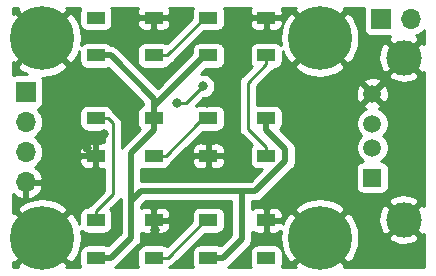
<source format=gbr>
G04 #@! TF.GenerationSoftware,KiCad,Pcbnew,5.1.0-unknown-ee14da3~82~ubuntu16.04.1*
G04 #@! TF.CreationDate,2019-04-08T19:12:28+02:00*
G04 #@! TF.ProjectId,UsbAmpel,55736241-6d70-4656-9c2e-6b696361645f,rev?*
G04 #@! TF.SameCoordinates,Original*
G04 #@! TF.FileFunction,Copper,L2,Bot*
G04 #@! TF.FilePolarity,Positive*
%FSLAX46Y46*%
G04 Gerber Fmt 4.6, Leading zero omitted, Abs format (unit mm)*
G04 Created by KiCad (PCBNEW 5.1.0-unknown-ee14da3~82~ubuntu16.04.1) date 2019-04-08 19:12:28*
%MOMM*%
%LPD*%
G04 APERTURE LIST*
%ADD10R,1.500000X1.000000*%
%ADD11C,0.800000*%
%ADD12C,5.400000*%
%ADD13O,1.700000X1.700000*%
%ADD14R,1.700000X1.700000*%
%ADD15C,3.000000*%
%ADD16R,1.500000X1.500000*%
%ADD17C,1.500000*%
%ADD18C,0.250000*%
%ADD19C,0.500000*%
%ADD20C,0.254000*%
G04 APERTURE END LIST*
D10*
X185510000Y-100787000D03*
X185510000Y-97587000D03*
X190410000Y-100787000D03*
X190410000Y-97587000D03*
X195035000Y-100787000D03*
X195035000Y-97587000D03*
X199935000Y-100787000D03*
X199935000Y-97587000D03*
D11*
X205901891Y-97882109D03*
X204470000Y-97289000D03*
X203038109Y-97882109D03*
X202445000Y-99314000D03*
X203038109Y-100745891D03*
X204470000Y-101339000D03*
X205901891Y-100745891D03*
X206495000Y-99314000D03*
D12*
X204470000Y-99314000D03*
D11*
X205901891Y-114773109D03*
X204470000Y-114180000D03*
X203038109Y-114773109D03*
X202445000Y-116205000D03*
X203038109Y-117636891D03*
X204470000Y-118230000D03*
X205901891Y-117636891D03*
X206495000Y-116205000D03*
D12*
X204470000Y-116205000D03*
D11*
X182406891Y-114773109D03*
X180975000Y-114180000D03*
X179543109Y-114773109D03*
X178950000Y-116205000D03*
X179543109Y-117636891D03*
X180975000Y-118230000D03*
X182406891Y-117636891D03*
X183000000Y-116205000D03*
D12*
X180975000Y-116205000D03*
D11*
X182406891Y-97882109D03*
X180975000Y-97289000D03*
X179543109Y-97882109D03*
X178950000Y-99314000D03*
X179543109Y-100745891D03*
X180975000Y-101339000D03*
X182406891Y-100745891D03*
X183000000Y-99314000D03*
D12*
X180975000Y-99314000D03*
D13*
X179578000Y-111506000D03*
X179578000Y-108966000D03*
X179578000Y-106426000D03*
D14*
X179578000Y-103886000D03*
D10*
X199935000Y-106096000D03*
X199935000Y-109296000D03*
X195035000Y-106096000D03*
X195035000Y-109296000D03*
X190410000Y-106096000D03*
X190410000Y-109296000D03*
X185510000Y-106096000D03*
X185510000Y-109296000D03*
X195035000Y-117932000D03*
X195035000Y-114732000D03*
X199935000Y-117932000D03*
X199935000Y-114732000D03*
D13*
X212217000Y-97663000D03*
D14*
X209677000Y-97663000D03*
D10*
X185510000Y-117932000D03*
X185510000Y-114732000D03*
X190410000Y-117932000D03*
X190410000Y-114732000D03*
D15*
X211585000Y-114685000D03*
X211585000Y-100965000D03*
D16*
X208915000Y-111125000D03*
D17*
X208915000Y-108585000D03*
X208915000Y-106555000D03*
X208915000Y-104015000D03*
D11*
X203073000Y-108585000D03*
X187452000Y-104775000D03*
X186182000Y-107442000D03*
X200025000Y-114935000D03*
X190500000Y-115570000D03*
X190500000Y-97790000D03*
X200025000Y-97790000D03*
X184785000Y-108585000D03*
X194945000Y-109220000D03*
X194945000Y-104775000D03*
X194564000Y-103378000D03*
X192400000Y-104800000D03*
X195035000Y-100787000D03*
X199935000Y-117932000D03*
D18*
X199935000Y-114845000D02*
X200025000Y-114935000D01*
X199935000Y-114732000D02*
X199935000Y-114845000D01*
X190410000Y-115480000D02*
X190500000Y-115570000D01*
X190410000Y-114732000D02*
X190410000Y-115480000D01*
X190410000Y-97700000D02*
X190500000Y-97790000D01*
X190410000Y-97587000D02*
X190410000Y-97700000D01*
X199935000Y-97700000D02*
X200025000Y-97790000D01*
X199935000Y-97587000D02*
X199935000Y-97700000D01*
X185496000Y-109296000D02*
X184785000Y-108585000D01*
X185510000Y-109296000D02*
X185496000Y-109296000D01*
X195021000Y-109296000D02*
X194945000Y-109220000D01*
X195035000Y-109296000D02*
X195021000Y-109296000D01*
X193142000Y-104800000D02*
X192400000Y-104800000D01*
X194564000Y-103378000D02*
X193142000Y-104800000D01*
D19*
X186760000Y-117932000D02*
X188487000Y-116205000D01*
X185510000Y-117932000D02*
X186760000Y-117932000D01*
X188487000Y-109019000D02*
X190410000Y-107096000D01*
X190410000Y-107096000D02*
X190410000Y-106096000D01*
X190410000Y-104437000D02*
X190410000Y-105096000D01*
X186760000Y-100787000D02*
X190410000Y-104437000D01*
X185510000Y-100787000D02*
X186760000Y-100787000D01*
X190410000Y-105096000D02*
X190410000Y-106096000D01*
X194719000Y-100787000D02*
X190410000Y-105096000D01*
X195035000Y-100787000D02*
X194719000Y-100787000D01*
X199935000Y-107096000D02*
X201549000Y-108710000D01*
X199935000Y-106096000D02*
X199935000Y-107096000D01*
X201549000Y-109742002D02*
X199023002Y-112268000D01*
X201549000Y-108710000D02*
X201549000Y-109742002D01*
X188487000Y-113138000D02*
X188487000Y-109019000D01*
X189357000Y-112268000D02*
X188487000Y-113138000D01*
X188487000Y-116205000D02*
X188487000Y-113138000D01*
X197866000Y-116351000D02*
X197866000Y-112268000D01*
X196285000Y-117932000D02*
X197866000Y-116351000D01*
X195035000Y-117932000D02*
X196285000Y-117932000D01*
X199023002Y-112268000D02*
X197866000Y-112268000D01*
X197866000Y-112268000D02*
X189357000Y-112268000D01*
D18*
X191585000Y-117932000D02*
X190410000Y-117932000D01*
X194785000Y-114732000D02*
X191585000Y-117932000D01*
X195035000Y-114732000D02*
X194785000Y-114732000D01*
X186510000Y-106096000D02*
X186944000Y-106530000D01*
X185510000Y-106096000D02*
X186510000Y-106096000D01*
X186944000Y-112548000D02*
X185510000Y-113982000D01*
X185510000Y-113982000D02*
X185510000Y-114732000D01*
X186944000Y-106530000D02*
X186944000Y-112548000D01*
X191410000Y-109296000D02*
X190410000Y-109296000D01*
X195035000Y-106096000D02*
X194785000Y-106096000D01*
X194785000Y-106096000D02*
X194455000Y-106426000D01*
X194455000Y-106426000D02*
X194280000Y-106426000D01*
X194280000Y-106426000D02*
X191410000Y-109296000D01*
X199935000Y-108546000D02*
X199935000Y-109296000D01*
X199935000Y-108546000D02*
X198374000Y-106985000D01*
X199935000Y-101537000D02*
X199935000Y-100787000D01*
X198374000Y-103098000D02*
X199935000Y-101537000D01*
X198374000Y-106985000D02*
X198374000Y-103098000D01*
X195035000Y-97587000D02*
X194767000Y-97587000D01*
X191567000Y-100787000D02*
X190410000Y-100787000D01*
X194767000Y-97587000D02*
X191567000Y-100787000D01*
D20*
G36*
X196981000Y-115984421D02*
G01*
X196090270Y-116875152D01*
X196029180Y-116842498D01*
X195909482Y-116806188D01*
X195785000Y-116793928D01*
X194285000Y-116793928D01*
X194160518Y-116806188D01*
X194040820Y-116842498D01*
X193930506Y-116901463D01*
X193833815Y-116980815D01*
X193754463Y-117077506D01*
X193695498Y-117187820D01*
X193659188Y-117307518D01*
X193646928Y-117432000D01*
X193646928Y-118432000D01*
X193659188Y-118556482D01*
X193695498Y-118676180D01*
X193718921Y-118720000D01*
X191726079Y-118720000D01*
X191749428Y-118676319D01*
X191877247Y-118637546D01*
X192009276Y-118566974D01*
X192125001Y-118472001D01*
X192148804Y-118442997D01*
X194721731Y-115870072D01*
X195785000Y-115870072D01*
X195909482Y-115857812D01*
X196029180Y-115821502D01*
X196139494Y-115762537D01*
X196236185Y-115683185D01*
X196315537Y-115586494D01*
X196374502Y-115476180D01*
X196410812Y-115356482D01*
X196423072Y-115232000D01*
X196423072Y-114232000D01*
X196410812Y-114107518D01*
X196374502Y-113987820D01*
X196315537Y-113877506D01*
X196236185Y-113780815D01*
X196139494Y-113701463D01*
X196029180Y-113642498D01*
X195909482Y-113606188D01*
X195785000Y-113593928D01*
X194285000Y-113593928D01*
X194160518Y-113606188D01*
X194040820Y-113642498D01*
X193930506Y-113701463D01*
X193833815Y-113780815D01*
X193754463Y-113877506D01*
X193695498Y-113987820D01*
X193659188Y-114107518D01*
X193646928Y-114232000D01*
X193646928Y-114795269D01*
X191528907Y-116913292D01*
X191514494Y-116901463D01*
X191404180Y-116842498D01*
X191284482Y-116806188D01*
X191160000Y-116793928D01*
X189660000Y-116793928D01*
X189535518Y-116806188D01*
X189415820Y-116842498D01*
X189305506Y-116901463D01*
X189208815Y-116980815D01*
X189129463Y-117077506D01*
X189070498Y-117187820D01*
X189034188Y-117307518D01*
X189021928Y-117432000D01*
X189021928Y-118432000D01*
X189034188Y-118556482D01*
X189070498Y-118676180D01*
X189093921Y-118720000D01*
X187163154Y-118720000D01*
X187254059Y-118671411D01*
X187388817Y-118560817D01*
X187416534Y-118527044D01*
X189082050Y-116861529D01*
X189115817Y-116833817D01*
X189145997Y-116797044D01*
X189226411Y-116699059D01*
X189308588Y-116545314D01*
X189308589Y-116545313D01*
X189359195Y-116378490D01*
X189372000Y-116248477D01*
X189372000Y-116248469D01*
X189376281Y-116205000D01*
X189372000Y-116161531D01*
X189372000Y-115798079D01*
X189415820Y-115821502D01*
X189535518Y-115857812D01*
X189660000Y-115870072D01*
X190124250Y-115867000D01*
X190283000Y-115708250D01*
X190283000Y-114859000D01*
X190537000Y-114859000D01*
X190537000Y-115708250D01*
X190695750Y-115867000D01*
X191160000Y-115870072D01*
X191284482Y-115857812D01*
X191404180Y-115821502D01*
X191514494Y-115762537D01*
X191611185Y-115683185D01*
X191690537Y-115586494D01*
X191749502Y-115476180D01*
X191785812Y-115356482D01*
X191798072Y-115232000D01*
X191795000Y-115017750D01*
X191636250Y-114859000D01*
X190537000Y-114859000D01*
X190283000Y-114859000D01*
X190263000Y-114859000D01*
X190263000Y-114605000D01*
X190283000Y-114605000D01*
X190283000Y-113755750D01*
X190537000Y-113755750D01*
X190537000Y-114605000D01*
X191636250Y-114605000D01*
X191795000Y-114446250D01*
X191798072Y-114232000D01*
X191785812Y-114107518D01*
X191749502Y-113987820D01*
X191690537Y-113877506D01*
X191611185Y-113780815D01*
X191514494Y-113701463D01*
X191404180Y-113642498D01*
X191284482Y-113606188D01*
X191160000Y-113593928D01*
X190695750Y-113597000D01*
X190537000Y-113755750D01*
X190283000Y-113755750D01*
X190124250Y-113597000D01*
X189660000Y-113593928D01*
X189535518Y-113606188D01*
X189415820Y-113642498D01*
X189372000Y-113665921D01*
X189372000Y-113504578D01*
X189723579Y-113153000D01*
X196981001Y-113153000D01*
X196981000Y-115984421D01*
X196981000Y-115984421D01*
G37*
X196981000Y-115984421D02*
X196090270Y-116875152D01*
X196029180Y-116842498D01*
X195909482Y-116806188D01*
X195785000Y-116793928D01*
X194285000Y-116793928D01*
X194160518Y-116806188D01*
X194040820Y-116842498D01*
X193930506Y-116901463D01*
X193833815Y-116980815D01*
X193754463Y-117077506D01*
X193695498Y-117187820D01*
X193659188Y-117307518D01*
X193646928Y-117432000D01*
X193646928Y-118432000D01*
X193659188Y-118556482D01*
X193695498Y-118676180D01*
X193718921Y-118720000D01*
X191726079Y-118720000D01*
X191749428Y-118676319D01*
X191877247Y-118637546D01*
X192009276Y-118566974D01*
X192125001Y-118472001D01*
X192148804Y-118442997D01*
X194721731Y-115870072D01*
X195785000Y-115870072D01*
X195909482Y-115857812D01*
X196029180Y-115821502D01*
X196139494Y-115762537D01*
X196236185Y-115683185D01*
X196315537Y-115586494D01*
X196374502Y-115476180D01*
X196410812Y-115356482D01*
X196423072Y-115232000D01*
X196423072Y-114232000D01*
X196410812Y-114107518D01*
X196374502Y-113987820D01*
X196315537Y-113877506D01*
X196236185Y-113780815D01*
X196139494Y-113701463D01*
X196029180Y-113642498D01*
X195909482Y-113606188D01*
X195785000Y-113593928D01*
X194285000Y-113593928D01*
X194160518Y-113606188D01*
X194040820Y-113642498D01*
X193930506Y-113701463D01*
X193833815Y-113780815D01*
X193754463Y-113877506D01*
X193695498Y-113987820D01*
X193659188Y-114107518D01*
X193646928Y-114232000D01*
X193646928Y-114795269D01*
X191528907Y-116913292D01*
X191514494Y-116901463D01*
X191404180Y-116842498D01*
X191284482Y-116806188D01*
X191160000Y-116793928D01*
X189660000Y-116793928D01*
X189535518Y-116806188D01*
X189415820Y-116842498D01*
X189305506Y-116901463D01*
X189208815Y-116980815D01*
X189129463Y-117077506D01*
X189070498Y-117187820D01*
X189034188Y-117307518D01*
X189021928Y-117432000D01*
X189021928Y-118432000D01*
X189034188Y-118556482D01*
X189070498Y-118676180D01*
X189093921Y-118720000D01*
X187163154Y-118720000D01*
X187254059Y-118671411D01*
X187388817Y-118560817D01*
X187416534Y-118527044D01*
X189082050Y-116861529D01*
X189115817Y-116833817D01*
X189145997Y-116797044D01*
X189226411Y-116699059D01*
X189308588Y-116545314D01*
X189308589Y-116545313D01*
X189359195Y-116378490D01*
X189372000Y-116248477D01*
X189372000Y-116248469D01*
X189376281Y-116205000D01*
X189372000Y-116161531D01*
X189372000Y-115798079D01*
X189415820Y-115821502D01*
X189535518Y-115857812D01*
X189660000Y-115870072D01*
X190124250Y-115867000D01*
X190283000Y-115708250D01*
X190283000Y-114859000D01*
X190537000Y-114859000D01*
X190537000Y-115708250D01*
X190695750Y-115867000D01*
X191160000Y-115870072D01*
X191284482Y-115857812D01*
X191404180Y-115821502D01*
X191514494Y-115762537D01*
X191611185Y-115683185D01*
X191690537Y-115586494D01*
X191749502Y-115476180D01*
X191785812Y-115356482D01*
X191798072Y-115232000D01*
X191795000Y-115017750D01*
X191636250Y-114859000D01*
X190537000Y-114859000D01*
X190283000Y-114859000D01*
X190263000Y-114859000D01*
X190263000Y-114605000D01*
X190283000Y-114605000D01*
X190283000Y-113755750D01*
X190537000Y-113755750D01*
X190537000Y-114605000D01*
X191636250Y-114605000D01*
X191795000Y-114446250D01*
X191798072Y-114232000D01*
X191785812Y-114107518D01*
X191749502Y-113987820D01*
X191690537Y-113877506D01*
X191611185Y-113780815D01*
X191514494Y-113701463D01*
X191404180Y-113642498D01*
X191284482Y-113606188D01*
X191160000Y-113593928D01*
X190695750Y-113597000D01*
X190537000Y-113755750D01*
X190283000Y-113755750D01*
X190124250Y-113597000D01*
X189660000Y-113593928D01*
X189535518Y-113606188D01*
X189415820Y-113642498D01*
X189372000Y-113665921D01*
X189372000Y-113504578D01*
X189723579Y-113153000D01*
X196981001Y-113153000D01*
X196981000Y-115984421D01*
G36*
X178809231Y-96968626D02*
G01*
X180975000Y-99134395D01*
X183140769Y-96968626D01*
X183024637Y-96799000D01*
X184193921Y-96799000D01*
X184170498Y-96842820D01*
X184134188Y-96962518D01*
X184121928Y-97087000D01*
X184121928Y-98087000D01*
X184134188Y-98211482D01*
X184170498Y-98331180D01*
X184229463Y-98441494D01*
X184308815Y-98538185D01*
X184405506Y-98617537D01*
X184515820Y-98676502D01*
X184635518Y-98712812D01*
X184760000Y-98725072D01*
X186260000Y-98725072D01*
X186384482Y-98712812D01*
X186504180Y-98676502D01*
X186614494Y-98617537D01*
X186711185Y-98538185D01*
X186790537Y-98441494D01*
X186849502Y-98331180D01*
X186885812Y-98211482D01*
X186898072Y-98087000D01*
X189021928Y-98087000D01*
X189034188Y-98211482D01*
X189070498Y-98331180D01*
X189129463Y-98441494D01*
X189208815Y-98538185D01*
X189305506Y-98617537D01*
X189415820Y-98676502D01*
X189535518Y-98712812D01*
X189660000Y-98725072D01*
X190124250Y-98722000D01*
X190283000Y-98563250D01*
X190283000Y-97714000D01*
X190537000Y-97714000D01*
X190537000Y-98563250D01*
X190695750Y-98722000D01*
X191160000Y-98725072D01*
X191284482Y-98712812D01*
X191404180Y-98676502D01*
X191514494Y-98617537D01*
X191611185Y-98538185D01*
X191690537Y-98441494D01*
X191749502Y-98331180D01*
X191785812Y-98211482D01*
X191798072Y-98087000D01*
X191795000Y-97872750D01*
X191636250Y-97714000D01*
X190537000Y-97714000D01*
X190283000Y-97714000D01*
X189183750Y-97714000D01*
X189025000Y-97872750D01*
X189021928Y-98087000D01*
X186898072Y-98087000D01*
X186898072Y-97087000D01*
X186885812Y-96962518D01*
X186849502Y-96842820D01*
X186826079Y-96799000D01*
X189093921Y-96799000D01*
X189070498Y-96842820D01*
X189034188Y-96962518D01*
X189021928Y-97087000D01*
X189025000Y-97301250D01*
X189183750Y-97460000D01*
X190283000Y-97460000D01*
X190283000Y-97440000D01*
X190537000Y-97440000D01*
X190537000Y-97460000D01*
X191636250Y-97460000D01*
X191795000Y-97301250D01*
X191798072Y-97087000D01*
X191785812Y-96962518D01*
X191749502Y-96842820D01*
X191726079Y-96799000D01*
X193718921Y-96799000D01*
X193695498Y-96842820D01*
X193659188Y-96962518D01*
X193646928Y-97087000D01*
X193646928Y-97632269D01*
X191519021Y-99760178D01*
X191514494Y-99756463D01*
X191404180Y-99697498D01*
X191284482Y-99661188D01*
X191160000Y-99648928D01*
X189660000Y-99648928D01*
X189535518Y-99661188D01*
X189415820Y-99697498D01*
X189305506Y-99756463D01*
X189208815Y-99835815D01*
X189129463Y-99932506D01*
X189070498Y-100042820D01*
X189034188Y-100162518D01*
X189021928Y-100287000D01*
X189021928Y-101287000D01*
X189034188Y-101411482D01*
X189070498Y-101531180D01*
X189129463Y-101641494D01*
X189208815Y-101738185D01*
X189305506Y-101817537D01*
X189415820Y-101876502D01*
X189535518Y-101912812D01*
X189660000Y-101925072D01*
X191160000Y-101925072D01*
X191284482Y-101912812D01*
X191404180Y-101876502D01*
X191514494Y-101817537D01*
X191611185Y-101738185D01*
X191690537Y-101641494D01*
X191749502Y-101531180D01*
X191751287Y-101525295D01*
X191859247Y-101492546D01*
X191991276Y-101421974D01*
X192107001Y-101327001D01*
X192130804Y-101297997D01*
X194703731Y-98725072D01*
X195785000Y-98725072D01*
X195909482Y-98712812D01*
X196029180Y-98676502D01*
X196139494Y-98617537D01*
X196236185Y-98538185D01*
X196315537Y-98441494D01*
X196374502Y-98331180D01*
X196410812Y-98211482D01*
X196423072Y-98087000D01*
X198546928Y-98087000D01*
X198559188Y-98211482D01*
X198595498Y-98331180D01*
X198654463Y-98441494D01*
X198733815Y-98538185D01*
X198830506Y-98617537D01*
X198940820Y-98676502D01*
X199060518Y-98712812D01*
X199185000Y-98725072D01*
X199649250Y-98722000D01*
X199808000Y-98563250D01*
X199808000Y-97714000D01*
X200062000Y-97714000D01*
X200062000Y-98563250D01*
X200220750Y-98722000D01*
X200685000Y-98725072D01*
X200809482Y-98712812D01*
X200929180Y-98676502D01*
X201039494Y-98617537D01*
X201136185Y-98538185D01*
X201215537Y-98441494D01*
X201274502Y-98331180D01*
X201310812Y-98211482D01*
X201323072Y-98087000D01*
X201320000Y-97872750D01*
X201161250Y-97714000D01*
X200062000Y-97714000D01*
X199808000Y-97714000D01*
X198708750Y-97714000D01*
X198550000Y-97872750D01*
X198546928Y-98087000D01*
X196423072Y-98087000D01*
X196423072Y-97087000D01*
X196410812Y-96962518D01*
X196374502Y-96842820D01*
X196351079Y-96799000D01*
X198618921Y-96799000D01*
X198595498Y-96842820D01*
X198559188Y-96962518D01*
X198546928Y-97087000D01*
X198550000Y-97301250D01*
X198708750Y-97460000D01*
X199808000Y-97460000D01*
X199808000Y-97440000D01*
X200062000Y-97440000D01*
X200062000Y-97460000D01*
X201161250Y-97460000D01*
X201320000Y-97301250D01*
X201323072Y-97087000D01*
X201310812Y-96962518D01*
X201274502Y-96842820D01*
X201251079Y-96799000D01*
X202420363Y-96799000D01*
X202304231Y-96968626D01*
X204470000Y-99134395D01*
X206635769Y-96968626D01*
X206519637Y-96799000D01*
X208190307Y-96799000D01*
X208188928Y-96813000D01*
X208188928Y-98513000D01*
X208201188Y-98637482D01*
X208237498Y-98757180D01*
X208296463Y-98867494D01*
X208375815Y-98964185D01*
X208472506Y-99043537D01*
X208582820Y-99102502D01*
X208702518Y-99138812D01*
X208827000Y-99151072D01*
X210441523Y-99151072D01*
X210428962Y-99157786D01*
X210272952Y-99473347D01*
X211585000Y-100785395D01*
X212897048Y-99473347D01*
X212741038Y-99157786D01*
X212615578Y-99093913D01*
X212788034Y-99041599D01*
X213046014Y-98903706D01*
X213272134Y-98718134D01*
X213335001Y-98641531D01*
X213335001Y-99780676D01*
X213076653Y-99652952D01*
X211764605Y-100965000D01*
X213076653Y-102277048D01*
X213335001Y-102149324D01*
X213335000Y-113500676D01*
X213076653Y-113372952D01*
X211764605Y-114685000D01*
X213076653Y-115997048D01*
X213335000Y-115869324D01*
X213335000Y-118720000D01*
X206519637Y-118720000D01*
X206635769Y-118550374D01*
X204470000Y-116384605D01*
X202304231Y-118550374D01*
X202420363Y-118720000D01*
X201251079Y-118720000D01*
X201274502Y-118676180D01*
X201310812Y-118556482D01*
X201323072Y-118432000D01*
X201323072Y-117432000D01*
X201310812Y-117307518D01*
X201274502Y-117187820D01*
X201215537Y-117077506D01*
X201136185Y-116980815D01*
X201039494Y-116901463D01*
X200929180Y-116842498D01*
X200809482Y-116806188D01*
X200685000Y-116793928D01*
X199185000Y-116793928D01*
X199060518Y-116806188D01*
X198940820Y-116842498D01*
X198830506Y-116901463D01*
X198733815Y-116980815D01*
X198654463Y-117077506D01*
X198595498Y-117187820D01*
X198559188Y-117307518D01*
X198546928Y-117432000D01*
X198546928Y-118432000D01*
X198559188Y-118556482D01*
X198595498Y-118676180D01*
X198618921Y-118720000D01*
X196688154Y-118720000D01*
X196779059Y-118671411D01*
X196913817Y-118560817D01*
X196941534Y-118527044D01*
X198461050Y-117007529D01*
X198494817Y-116979817D01*
X198523875Y-116944411D01*
X198605411Y-116845059D01*
X198687589Y-116691314D01*
X198738195Y-116524490D01*
X198741374Y-116492214D01*
X198751000Y-116394477D01*
X198751000Y-116394469D01*
X198755281Y-116351000D01*
X198751000Y-116307531D01*
X198751000Y-115697288D01*
X198830506Y-115762537D01*
X198940820Y-115821502D01*
X199060518Y-115857812D01*
X199185000Y-115870072D01*
X199649250Y-115867000D01*
X199808000Y-115708250D01*
X199808000Y-114859000D01*
X200062000Y-114859000D01*
X200062000Y-115708250D01*
X200220750Y-115867000D01*
X200685000Y-115870072D01*
X200809482Y-115857812D01*
X200929180Y-115821502D01*
X201039494Y-115762537D01*
X201136185Y-115683185D01*
X201175280Y-115635548D01*
X201118866Y-116200431D01*
X201182366Y-116854293D01*
X201372208Y-117483203D01*
X201681096Y-118062992D01*
X201686172Y-118070589D01*
X202124626Y-118370769D01*
X204290395Y-116205000D01*
X204649605Y-116205000D01*
X206815374Y-118370769D01*
X207253828Y-118070589D01*
X207564296Y-117491644D01*
X207755852Y-116863254D01*
X207821134Y-116209569D01*
X207817938Y-116176653D01*
X210272952Y-116176653D01*
X210428962Y-116492214D01*
X210803745Y-116683020D01*
X211208551Y-116797044D01*
X211627824Y-116829902D01*
X212045451Y-116780334D01*
X212445383Y-116650243D01*
X212741038Y-116492214D01*
X212897048Y-116176653D01*
X211585000Y-114864605D01*
X210272952Y-116176653D01*
X207817938Y-116176653D01*
X207757634Y-115555707D01*
X207567792Y-114926797D01*
X207461788Y-114727824D01*
X209440098Y-114727824D01*
X209489666Y-115145451D01*
X209619757Y-115545383D01*
X209777786Y-115841038D01*
X210093347Y-115997048D01*
X211405395Y-114685000D01*
X210093347Y-113372952D01*
X209777786Y-113528962D01*
X209586980Y-113903745D01*
X209472956Y-114308551D01*
X209440098Y-114727824D01*
X207461788Y-114727824D01*
X207258904Y-114347008D01*
X207253828Y-114339411D01*
X206815374Y-114039231D01*
X204649605Y-116205000D01*
X204290395Y-116205000D01*
X202124626Y-114039231D01*
X201686172Y-114339411D01*
X201375704Y-114918356D01*
X201321141Y-115097346D01*
X201320000Y-115017750D01*
X201161250Y-114859000D01*
X200062000Y-114859000D01*
X199808000Y-114859000D01*
X199788000Y-114859000D01*
X199788000Y-114605000D01*
X199808000Y-114605000D01*
X199808000Y-113755750D01*
X200062000Y-113755750D01*
X200062000Y-114605000D01*
X201161250Y-114605000D01*
X201320000Y-114446250D01*
X201323072Y-114232000D01*
X201310812Y-114107518D01*
X201274502Y-113987820D01*
X201215537Y-113877506D01*
X201200864Y-113859626D01*
X202304231Y-113859626D01*
X204470000Y-116025395D01*
X206635769Y-113859626D01*
X206335589Y-113421172D01*
X205910753Y-113193347D01*
X210272952Y-113193347D01*
X211585000Y-114505395D01*
X212897048Y-113193347D01*
X212741038Y-112877786D01*
X212366255Y-112686980D01*
X211961449Y-112572956D01*
X211542176Y-112540098D01*
X211124549Y-112589666D01*
X210724617Y-112719757D01*
X210428962Y-112877786D01*
X210272952Y-113193347D01*
X205910753Y-113193347D01*
X205756644Y-113110704D01*
X205128254Y-112919148D01*
X204474569Y-112853866D01*
X203820707Y-112917366D01*
X203191797Y-113107208D01*
X202612008Y-113416096D01*
X202604411Y-113421172D01*
X202304231Y-113859626D01*
X201200864Y-113859626D01*
X201136185Y-113780815D01*
X201039494Y-113701463D01*
X200929180Y-113642498D01*
X200809482Y-113606188D01*
X200685000Y-113593928D01*
X200220750Y-113597000D01*
X200062000Y-113755750D01*
X199808000Y-113755750D01*
X199649250Y-113597000D01*
X199185000Y-113593928D01*
X199060518Y-113606188D01*
X198940820Y-113642498D01*
X198830506Y-113701463D01*
X198751000Y-113766712D01*
X198751000Y-113153000D01*
X198979533Y-113153000D01*
X199023002Y-113157281D01*
X199066471Y-113153000D01*
X199066479Y-113153000D01*
X199196492Y-113140195D01*
X199363315Y-113089589D01*
X199517061Y-113007411D01*
X199651819Y-112896817D01*
X199679536Y-112863044D01*
X202144049Y-110398532D01*
X202172722Y-110375000D01*
X207526928Y-110375000D01*
X207526928Y-111875000D01*
X207539188Y-111999482D01*
X207575498Y-112119180D01*
X207634463Y-112229494D01*
X207713815Y-112326185D01*
X207810506Y-112405537D01*
X207920820Y-112464502D01*
X208040518Y-112500812D01*
X208165000Y-112513072D01*
X209665000Y-112513072D01*
X209789482Y-112500812D01*
X209909180Y-112464502D01*
X210019494Y-112405537D01*
X210116185Y-112326185D01*
X210195537Y-112229494D01*
X210254502Y-112119180D01*
X210290812Y-111999482D01*
X210303072Y-111875000D01*
X210303072Y-110375000D01*
X210290812Y-110250518D01*
X210254502Y-110130820D01*
X210195537Y-110020506D01*
X210116185Y-109923815D01*
X210019494Y-109844463D01*
X209909180Y-109785498D01*
X209789482Y-109749188D01*
X209681517Y-109738555D01*
X209797886Y-109660799D01*
X209990799Y-109467886D01*
X210142371Y-109241043D01*
X210246775Y-108988989D01*
X210300000Y-108721411D01*
X210300000Y-108448589D01*
X210246775Y-108181011D01*
X210142371Y-107928957D01*
X209990799Y-107702114D01*
X209858685Y-107570000D01*
X209990799Y-107437886D01*
X210142371Y-107211043D01*
X210246775Y-106958989D01*
X210300000Y-106691411D01*
X210300000Y-106418589D01*
X210246775Y-106151011D01*
X210142371Y-105898957D01*
X209990799Y-105672114D01*
X209797886Y-105479201D01*
X209571043Y-105327629D01*
X209471721Y-105286489D01*
X209513832Y-105271277D01*
X209626863Y-105210860D01*
X209692388Y-104971993D01*
X208915000Y-104194605D01*
X208137612Y-104971993D01*
X208203137Y-105210860D01*
X208361477Y-105285164D01*
X208258957Y-105327629D01*
X208032114Y-105479201D01*
X207839201Y-105672114D01*
X207687629Y-105898957D01*
X207583225Y-106151011D01*
X207530000Y-106418589D01*
X207530000Y-106691411D01*
X207583225Y-106958989D01*
X207687629Y-107211043D01*
X207839201Y-107437886D01*
X207971315Y-107570000D01*
X207839201Y-107702114D01*
X207687629Y-107928957D01*
X207583225Y-108181011D01*
X207530000Y-108448589D01*
X207530000Y-108721411D01*
X207583225Y-108988989D01*
X207687629Y-109241043D01*
X207839201Y-109467886D01*
X208032114Y-109660799D01*
X208148483Y-109738555D01*
X208040518Y-109749188D01*
X207920820Y-109785498D01*
X207810506Y-109844463D01*
X207713815Y-109923815D01*
X207634463Y-110020506D01*
X207575498Y-110130820D01*
X207539188Y-110250518D01*
X207526928Y-110375000D01*
X202172722Y-110375000D01*
X202177817Y-110370819D01*
X202288411Y-110236061D01*
X202344663Y-110130820D01*
X202370589Y-110082316D01*
X202421195Y-109915492D01*
X202426680Y-109859799D01*
X202434000Y-109785479D01*
X202434000Y-109785471D01*
X202438281Y-109742002D01*
X202434000Y-109698533D01*
X202434000Y-108753469D01*
X202438281Y-108710000D01*
X202434000Y-108666531D01*
X202434000Y-108666523D01*
X202421195Y-108536510D01*
X202394524Y-108448589D01*
X202370589Y-108369686D01*
X202288411Y-108215941D01*
X202205532Y-108114953D01*
X202205530Y-108114951D01*
X202177817Y-108081183D01*
X202144050Y-108053471D01*
X201136896Y-107046318D01*
X201215537Y-106950494D01*
X201274502Y-106840180D01*
X201310812Y-106720482D01*
X201323072Y-106596000D01*
X201323072Y-105596000D01*
X201310812Y-105471518D01*
X201274502Y-105351820D01*
X201215537Y-105241506D01*
X201136185Y-105144815D01*
X201039494Y-105065463D01*
X200929180Y-105006498D01*
X200809482Y-104970188D01*
X200685000Y-104957928D01*
X199185000Y-104957928D01*
X199134000Y-104962951D01*
X199134000Y-104087492D01*
X207525188Y-104087492D01*
X207566035Y-104357238D01*
X207658723Y-104613832D01*
X207719140Y-104726863D01*
X207958007Y-104792388D01*
X208735395Y-104015000D01*
X209094605Y-104015000D01*
X209871993Y-104792388D01*
X210110860Y-104726863D01*
X210226760Y-104479884D01*
X210292250Y-104215040D01*
X210304812Y-103942508D01*
X210263965Y-103672762D01*
X210171277Y-103416168D01*
X210110860Y-103303137D01*
X209871993Y-103237612D01*
X209094605Y-104015000D01*
X208735395Y-104015000D01*
X207958007Y-103237612D01*
X207719140Y-103303137D01*
X207603240Y-103550116D01*
X207537750Y-103814960D01*
X207525188Y-104087492D01*
X199134000Y-104087492D01*
X199134000Y-103412801D01*
X199488794Y-103058007D01*
X208137612Y-103058007D01*
X208915000Y-103835395D01*
X209692388Y-103058007D01*
X209626863Y-102819140D01*
X209379884Y-102703240D01*
X209115040Y-102637750D01*
X208842508Y-102625188D01*
X208572762Y-102666035D01*
X208316168Y-102758723D01*
X208203137Y-102819140D01*
X208137612Y-103058007D01*
X199488794Y-103058007D01*
X200446004Y-102100798D01*
X200475001Y-102077001D01*
X200569974Y-101961276D01*
X200589326Y-101925072D01*
X200685000Y-101925072D01*
X200809482Y-101912812D01*
X200929180Y-101876502D01*
X201039494Y-101817537D01*
X201136185Y-101738185D01*
X201200863Y-101659374D01*
X202304231Y-101659374D01*
X202604411Y-102097828D01*
X203183356Y-102408296D01*
X203811746Y-102599852D01*
X204465431Y-102665134D01*
X205119293Y-102601634D01*
X205599587Y-102456653D01*
X210272952Y-102456653D01*
X210428962Y-102772214D01*
X210803745Y-102963020D01*
X211208551Y-103077044D01*
X211627824Y-103109902D01*
X212045451Y-103060334D01*
X212445383Y-102930243D01*
X212741038Y-102772214D01*
X212897048Y-102456653D01*
X211585000Y-101144605D01*
X210272952Y-102456653D01*
X205599587Y-102456653D01*
X205748203Y-102411792D01*
X206327992Y-102102904D01*
X206335589Y-102097828D01*
X206635769Y-101659374D01*
X204470000Y-99493605D01*
X202304231Y-101659374D01*
X201200863Y-101659374D01*
X201215537Y-101641494D01*
X201274502Y-101531180D01*
X201310812Y-101411482D01*
X201323072Y-101287000D01*
X201323072Y-100429425D01*
X201372208Y-100592203D01*
X201681096Y-101171992D01*
X201686172Y-101179589D01*
X202124626Y-101479769D01*
X204290395Y-99314000D01*
X204649605Y-99314000D01*
X206815374Y-101479769D01*
X207253828Y-101179589D01*
X207345939Y-101007824D01*
X209440098Y-101007824D01*
X209489666Y-101425451D01*
X209619757Y-101825383D01*
X209777786Y-102121038D01*
X210093347Y-102277048D01*
X211405395Y-100965000D01*
X210093347Y-99652952D01*
X209777786Y-99808962D01*
X209586980Y-100183745D01*
X209472956Y-100588551D01*
X209440098Y-101007824D01*
X207345939Y-101007824D01*
X207564296Y-100600644D01*
X207755852Y-99972254D01*
X207821134Y-99318569D01*
X207757634Y-98664707D01*
X207567792Y-98035797D01*
X207258904Y-97456008D01*
X207253828Y-97448411D01*
X206815374Y-97148231D01*
X204649605Y-99314000D01*
X204290395Y-99314000D01*
X202124626Y-97148231D01*
X201686172Y-97448411D01*
X201375704Y-98027356D01*
X201184148Y-98655746D01*
X201118866Y-99309431D01*
X201174523Y-99882530D01*
X201136185Y-99835815D01*
X201039494Y-99756463D01*
X200929180Y-99697498D01*
X200809482Y-99661188D01*
X200685000Y-99648928D01*
X199185000Y-99648928D01*
X199060518Y-99661188D01*
X198940820Y-99697498D01*
X198830506Y-99756463D01*
X198733815Y-99835815D01*
X198654463Y-99932506D01*
X198595498Y-100042820D01*
X198559188Y-100162518D01*
X198546928Y-100287000D01*
X198546928Y-101287000D01*
X198559188Y-101411482D01*
X198595498Y-101531180D01*
X198654463Y-101641494D01*
X198700098Y-101697101D01*
X197862998Y-102534201D01*
X197834000Y-102557999D01*
X197810202Y-102586997D01*
X197810201Y-102586998D01*
X197739026Y-102673724D01*
X197668454Y-102805754D01*
X197624998Y-102949015D01*
X197610324Y-103098000D01*
X197614001Y-103135332D01*
X197614000Y-106947677D01*
X197610324Y-106985000D01*
X197614000Y-107022322D01*
X197614000Y-107022332D01*
X197624997Y-107133985D01*
X197661710Y-107255014D01*
X197668454Y-107277246D01*
X197739026Y-107409276D01*
X197761214Y-107436312D01*
X197833999Y-107525001D01*
X197863003Y-107548804D01*
X198700098Y-108385899D01*
X198654463Y-108441506D01*
X198595498Y-108551820D01*
X198559188Y-108671518D01*
X198546928Y-108796000D01*
X198546928Y-109796000D01*
X198559188Y-109920482D01*
X198595498Y-110040180D01*
X198654463Y-110150494D01*
X198733815Y-110247185D01*
X198830506Y-110326537D01*
X198940820Y-110385502D01*
X199060518Y-110421812D01*
X199185000Y-110434072D01*
X199605352Y-110434072D01*
X198656424Y-111383000D01*
X197909477Y-111383000D01*
X197866000Y-111378718D01*
X197822524Y-111383000D01*
X189400469Y-111383000D01*
X189372000Y-111380196D01*
X189372000Y-110362079D01*
X189415820Y-110385502D01*
X189535518Y-110421812D01*
X189660000Y-110434072D01*
X191160000Y-110434072D01*
X191284482Y-110421812D01*
X191404180Y-110385502D01*
X191514494Y-110326537D01*
X191611185Y-110247185D01*
X191690537Y-110150494D01*
X191749502Y-110040180D01*
X191772634Y-109963923D01*
X191834276Y-109930974D01*
X191950001Y-109836001D01*
X191973804Y-109806997D01*
X191984801Y-109796000D01*
X193646928Y-109796000D01*
X193659188Y-109920482D01*
X193695498Y-110040180D01*
X193754463Y-110150494D01*
X193833815Y-110247185D01*
X193930506Y-110326537D01*
X194040820Y-110385502D01*
X194160518Y-110421812D01*
X194285000Y-110434072D01*
X194749250Y-110431000D01*
X194908000Y-110272250D01*
X194908000Y-109423000D01*
X195162000Y-109423000D01*
X195162000Y-110272250D01*
X195320750Y-110431000D01*
X195785000Y-110434072D01*
X195909482Y-110421812D01*
X196029180Y-110385502D01*
X196139494Y-110326537D01*
X196236185Y-110247185D01*
X196315537Y-110150494D01*
X196374502Y-110040180D01*
X196410812Y-109920482D01*
X196423072Y-109796000D01*
X196420000Y-109581750D01*
X196261250Y-109423000D01*
X195162000Y-109423000D01*
X194908000Y-109423000D01*
X193808750Y-109423000D01*
X193650000Y-109581750D01*
X193646928Y-109796000D01*
X191984801Y-109796000D01*
X192984801Y-108796000D01*
X193646928Y-108796000D01*
X193650000Y-109010250D01*
X193808750Y-109169000D01*
X194908000Y-109169000D01*
X194908000Y-108319750D01*
X195162000Y-108319750D01*
X195162000Y-109169000D01*
X196261250Y-109169000D01*
X196420000Y-109010250D01*
X196423072Y-108796000D01*
X196410812Y-108671518D01*
X196374502Y-108551820D01*
X196315537Y-108441506D01*
X196236185Y-108344815D01*
X196139494Y-108265463D01*
X196029180Y-108206498D01*
X195909482Y-108170188D01*
X195785000Y-108157928D01*
X195320750Y-108161000D01*
X195162000Y-108319750D01*
X194908000Y-108319750D01*
X194749250Y-108161000D01*
X194285000Y-108157928D01*
X194160518Y-108170188D01*
X194040820Y-108206498D01*
X193930506Y-108265463D01*
X193833815Y-108344815D01*
X193754463Y-108441506D01*
X193695498Y-108551820D01*
X193659188Y-108671518D01*
X193646928Y-108796000D01*
X192984801Y-108796000D01*
X194546730Y-107234072D01*
X195785000Y-107234072D01*
X195909482Y-107221812D01*
X196029180Y-107185502D01*
X196139494Y-107126537D01*
X196236185Y-107047185D01*
X196315537Y-106950494D01*
X196374502Y-106840180D01*
X196410812Y-106720482D01*
X196423072Y-106596000D01*
X196423072Y-105596000D01*
X196410812Y-105471518D01*
X196374502Y-105351820D01*
X196315537Y-105241506D01*
X196236185Y-105144815D01*
X196139494Y-105065463D01*
X196029180Y-105006498D01*
X195909482Y-104970188D01*
X195785000Y-104957928D01*
X194285000Y-104957928D01*
X194160518Y-104970188D01*
X194040820Y-105006498D01*
X193975260Y-105041541D01*
X194603802Y-104413000D01*
X194665939Y-104413000D01*
X194865898Y-104373226D01*
X195054256Y-104295205D01*
X195223774Y-104181937D01*
X195367937Y-104037774D01*
X195481205Y-103868256D01*
X195559226Y-103679898D01*
X195599000Y-103479939D01*
X195599000Y-103276061D01*
X195559226Y-103076102D01*
X195481205Y-102887744D01*
X195367937Y-102718226D01*
X195223774Y-102574063D01*
X195054256Y-102460795D01*
X194865898Y-102382774D01*
X194665939Y-102343000D01*
X194462061Y-102343000D01*
X194402789Y-102354790D01*
X194832507Y-101925072D01*
X195785000Y-101925072D01*
X195909482Y-101912812D01*
X196029180Y-101876502D01*
X196139494Y-101817537D01*
X196236185Y-101738185D01*
X196315537Y-101641494D01*
X196374502Y-101531180D01*
X196410812Y-101411482D01*
X196423072Y-101287000D01*
X196423072Y-100287000D01*
X196410812Y-100162518D01*
X196374502Y-100042820D01*
X196315537Y-99932506D01*
X196236185Y-99835815D01*
X196139494Y-99756463D01*
X196029180Y-99697498D01*
X195909482Y-99661188D01*
X195785000Y-99648928D01*
X194285000Y-99648928D01*
X194160518Y-99661188D01*
X194040820Y-99697498D01*
X193930506Y-99756463D01*
X193833815Y-99835815D01*
X193754463Y-99932506D01*
X193695498Y-100042820D01*
X193659188Y-100162518D01*
X193646928Y-100287000D01*
X193646928Y-100607493D01*
X190739500Y-103514921D01*
X187416534Y-100191956D01*
X187388817Y-100158183D01*
X187254059Y-100047589D01*
X187100313Y-99965411D01*
X186933490Y-99914805D01*
X186803477Y-99902000D01*
X186803469Y-99902000D01*
X186762163Y-99897932D01*
X186711185Y-99835815D01*
X186614494Y-99756463D01*
X186504180Y-99697498D01*
X186384482Y-99661188D01*
X186260000Y-99648928D01*
X184760000Y-99648928D01*
X184635518Y-99661188D01*
X184515820Y-99697498D01*
X184405506Y-99756463D01*
X184308815Y-99835815D01*
X184269720Y-99883452D01*
X184326134Y-99318569D01*
X184262634Y-98664707D01*
X184072792Y-98035797D01*
X183763904Y-97456008D01*
X183758828Y-97448411D01*
X183320374Y-97148231D01*
X181154605Y-99314000D01*
X183320374Y-101479769D01*
X183758828Y-101179589D01*
X184069296Y-100600644D01*
X184121928Y-100427987D01*
X184121928Y-101287000D01*
X184134188Y-101411482D01*
X184170498Y-101531180D01*
X184229463Y-101641494D01*
X184308815Y-101738185D01*
X184405506Y-101817537D01*
X184515820Y-101876502D01*
X184635518Y-101912812D01*
X184760000Y-101925072D01*
X186260000Y-101925072D01*
X186384482Y-101912812D01*
X186504180Y-101876502D01*
X186565270Y-101843848D01*
X189525000Y-104803579D01*
X189525000Y-104973379D01*
X189415820Y-105006498D01*
X189305506Y-105065463D01*
X189208815Y-105144815D01*
X189129463Y-105241506D01*
X189070498Y-105351820D01*
X189034188Y-105471518D01*
X189021928Y-105596000D01*
X189021928Y-106596000D01*
X189034188Y-106720482D01*
X189070498Y-106840180D01*
X189129463Y-106950494D01*
X189208103Y-107046318D01*
X187891951Y-108362471D01*
X187858184Y-108390183D01*
X187830471Y-108423951D01*
X187830468Y-108423954D01*
X187747590Y-108524941D01*
X187704000Y-108606493D01*
X187704000Y-106567325D01*
X187707676Y-106530000D01*
X187704000Y-106492675D01*
X187704000Y-106492667D01*
X187693003Y-106381014D01*
X187649546Y-106237753D01*
X187578974Y-106105724D01*
X187484001Y-105989999D01*
X187454998Y-105966197D01*
X187073804Y-105585003D01*
X187050001Y-105555999D01*
X186934276Y-105461026D01*
X186872634Y-105428077D01*
X186849502Y-105351820D01*
X186790537Y-105241506D01*
X186711185Y-105144815D01*
X186614494Y-105065463D01*
X186504180Y-105006498D01*
X186384482Y-104970188D01*
X186260000Y-104957928D01*
X184760000Y-104957928D01*
X184635518Y-104970188D01*
X184515820Y-105006498D01*
X184405506Y-105065463D01*
X184308815Y-105144815D01*
X184229463Y-105241506D01*
X184170498Y-105351820D01*
X184134188Y-105471518D01*
X184121928Y-105596000D01*
X184121928Y-106596000D01*
X184134188Y-106720482D01*
X184170498Y-106840180D01*
X184229463Y-106950494D01*
X184308815Y-107047185D01*
X184405506Y-107126537D01*
X184515820Y-107185502D01*
X184635518Y-107221812D01*
X184760000Y-107234072D01*
X186184000Y-107234072D01*
X186184000Y-108158431D01*
X185795750Y-108161000D01*
X185637000Y-108319750D01*
X185637000Y-109169000D01*
X185657000Y-109169000D01*
X185657000Y-109423000D01*
X185637000Y-109423000D01*
X185637000Y-110272250D01*
X185795750Y-110431000D01*
X186184001Y-110433569D01*
X186184001Y-112233197D01*
X184999003Y-113418196D01*
X184969999Y-113441999D01*
X184914871Y-113509174D01*
X184875026Y-113557724D01*
X184855674Y-113593928D01*
X184760000Y-113593928D01*
X184635518Y-113606188D01*
X184515820Y-113642498D01*
X184405506Y-113701463D01*
X184308815Y-113780815D01*
X184229463Y-113877506D01*
X184170498Y-113987820D01*
X184134188Y-114107518D01*
X184121928Y-114232000D01*
X184121928Y-115089575D01*
X184072792Y-114926797D01*
X183763904Y-114347008D01*
X183758828Y-114339411D01*
X183320374Y-114039231D01*
X181154605Y-116205000D01*
X183320374Y-118370769D01*
X183758828Y-118070589D01*
X184069296Y-117491644D01*
X184260852Y-116863254D01*
X184326134Y-116209569D01*
X184270477Y-115636470D01*
X184308815Y-115683185D01*
X184405506Y-115762537D01*
X184515820Y-115821502D01*
X184635518Y-115857812D01*
X184760000Y-115870072D01*
X186260000Y-115870072D01*
X186384482Y-115857812D01*
X186504180Y-115821502D01*
X186614494Y-115762537D01*
X186711185Y-115683185D01*
X186790537Y-115586494D01*
X186849502Y-115476180D01*
X186885812Y-115356482D01*
X186898072Y-115232000D01*
X186898072Y-114232000D01*
X186885812Y-114107518D01*
X186849502Y-113987820D01*
X186790537Y-113877506D01*
X186744902Y-113821899D01*
X187455003Y-113111799D01*
X187484001Y-113088001D01*
X187578974Y-112972276D01*
X187602000Y-112929198D01*
X187602000Y-113094531D01*
X187597719Y-113138000D01*
X187602000Y-113181469D01*
X187602000Y-113181476D01*
X187602001Y-113181486D01*
X187602000Y-115838421D01*
X186565270Y-116875152D01*
X186504180Y-116842498D01*
X186384482Y-116806188D01*
X186260000Y-116793928D01*
X184760000Y-116793928D01*
X184635518Y-116806188D01*
X184515820Y-116842498D01*
X184405506Y-116901463D01*
X184308815Y-116980815D01*
X184229463Y-117077506D01*
X184170498Y-117187820D01*
X184134188Y-117307518D01*
X184121928Y-117432000D01*
X184121928Y-118432000D01*
X184134188Y-118556482D01*
X184170498Y-118676180D01*
X184193921Y-118720000D01*
X183024637Y-118720000D01*
X183140769Y-118550374D01*
X180975000Y-116384605D01*
X178809231Y-118550374D01*
X178925363Y-118720000D01*
X178460000Y-118720000D01*
X178460000Y-118254637D01*
X178629626Y-118370769D01*
X180795395Y-116205000D01*
X178629626Y-114039231D01*
X178460000Y-114155363D01*
X178460000Y-113859626D01*
X178809231Y-113859626D01*
X180975000Y-116025395D01*
X183140769Y-113859626D01*
X182840589Y-113421172D01*
X182261644Y-113110704D01*
X181633254Y-112919148D01*
X180979569Y-112853866D01*
X180325707Y-112917366D01*
X179696797Y-113107208D01*
X179117008Y-113416096D01*
X179109411Y-113421172D01*
X178809231Y-113859626D01*
X178460000Y-113859626D01*
X178460000Y-112478903D01*
X178480412Y-112506269D01*
X178696645Y-112701178D01*
X178946748Y-112850157D01*
X179221109Y-112947481D01*
X179451000Y-112826814D01*
X179451000Y-111633000D01*
X179705000Y-111633000D01*
X179705000Y-112826814D01*
X179934891Y-112947481D01*
X180209252Y-112850157D01*
X180459355Y-112701178D01*
X180675588Y-112506269D01*
X180849641Y-112272920D01*
X180974825Y-112010099D01*
X181019476Y-111862890D01*
X180898155Y-111633000D01*
X179705000Y-111633000D01*
X179451000Y-111633000D01*
X179431000Y-111633000D01*
X179431000Y-111379000D01*
X179451000Y-111379000D01*
X179451000Y-111359000D01*
X179705000Y-111359000D01*
X179705000Y-111379000D01*
X180898155Y-111379000D01*
X181019476Y-111149110D01*
X180974825Y-111001901D01*
X180849641Y-110739080D01*
X180675588Y-110505731D01*
X180459355Y-110310822D01*
X180342477Y-110241201D01*
X180407014Y-110206706D01*
X180633134Y-110021134D01*
X180817896Y-109796000D01*
X184121928Y-109796000D01*
X184134188Y-109920482D01*
X184170498Y-110040180D01*
X184229463Y-110150494D01*
X184308815Y-110247185D01*
X184405506Y-110326537D01*
X184515820Y-110385502D01*
X184635518Y-110421812D01*
X184760000Y-110434072D01*
X185224250Y-110431000D01*
X185383000Y-110272250D01*
X185383000Y-109423000D01*
X184283750Y-109423000D01*
X184125000Y-109581750D01*
X184121928Y-109796000D01*
X180817896Y-109796000D01*
X180818706Y-109795014D01*
X180956599Y-109537034D01*
X181041513Y-109257111D01*
X181070185Y-108966000D01*
X181053442Y-108796000D01*
X184121928Y-108796000D01*
X184125000Y-109010250D01*
X184283750Y-109169000D01*
X185383000Y-109169000D01*
X185383000Y-108319750D01*
X185224250Y-108161000D01*
X184760000Y-108157928D01*
X184635518Y-108170188D01*
X184515820Y-108206498D01*
X184405506Y-108265463D01*
X184308815Y-108344815D01*
X184229463Y-108441506D01*
X184170498Y-108551820D01*
X184134188Y-108671518D01*
X184121928Y-108796000D01*
X181053442Y-108796000D01*
X181041513Y-108674889D01*
X180956599Y-108394966D01*
X180818706Y-108136986D01*
X180633134Y-107910866D01*
X180407014Y-107725294D01*
X180352209Y-107696000D01*
X180407014Y-107666706D01*
X180633134Y-107481134D01*
X180818706Y-107255014D01*
X180956599Y-106997034D01*
X181041513Y-106717111D01*
X181070185Y-106426000D01*
X181041513Y-106134889D01*
X180956599Y-105854966D01*
X180818706Y-105596986D01*
X180633134Y-105370866D01*
X180603313Y-105346393D01*
X180672180Y-105325502D01*
X180782494Y-105266537D01*
X180879185Y-105187185D01*
X180958537Y-105090494D01*
X181017502Y-104980180D01*
X181053812Y-104860482D01*
X181066072Y-104736000D01*
X181066072Y-103036000D01*
X181053812Y-102911518D01*
X181017502Y-102791820D01*
X180958537Y-102681506D01*
X180942840Y-102662379D01*
X180970431Y-102665134D01*
X181624293Y-102601634D01*
X182253203Y-102411792D01*
X182832992Y-102102904D01*
X182840589Y-102097828D01*
X183140769Y-101659374D01*
X180975000Y-99493605D01*
X178809231Y-101659374D01*
X179109411Y-102097828D01*
X179669022Y-102397928D01*
X178728000Y-102397928D01*
X178603518Y-102410188D01*
X178483820Y-102446498D01*
X178460000Y-102459230D01*
X178460000Y-101363637D01*
X178629626Y-101479769D01*
X180795395Y-99314000D01*
X178629626Y-97148231D01*
X178460000Y-97264363D01*
X178460000Y-96799000D01*
X178925363Y-96799000D01*
X178809231Y-96968626D01*
X178809231Y-96968626D01*
G37*
X178809231Y-96968626D02*
X180975000Y-99134395D01*
X183140769Y-96968626D01*
X183024637Y-96799000D01*
X184193921Y-96799000D01*
X184170498Y-96842820D01*
X184134188Y-96962518D01*
X184121928Y-97087000D01*
X184121928Y-98087000D01*
X184134188Y-98211482D01*
X184170498Y-98331180D01*
X184229463Y-98441494D01*
X184308815Y-98538185D01*
X184405506Y-98617537D01*
X184515820Y-98676502D01*
X184635518Y-98712812D01*
X184760000Y-98725072D01*
X186260000Y-98725072D01*
X186384482Y-98712812D01*
X186504180Y-98676502D01*
X186614494Y-98617537D01*
X186711185Y-98538185D01*
X186790537Y-98441494D01*
X186849502Y-98331180D01*
X186885812Y-98211482D01*
X186898072Y-98087000D01*
X189021928Y-98087000D01*
X189034188Y-98211482D01*
X189070498Y-98331180D01*
X189129463Y-98441494D01*
X189208815Y-98538185D01*
X189305506Y-98617537D01*
X189415820Y-98676502D01*
X189535518Y-98712812D01*
X189660000Y-98725072D01*
X190124250Y-98722000D01*
X190283000Y-98563250D01*
X190283000Y-97714000D01*
X190537000Y-97714000D01*
X190537000Y-98563250D01*
X190695750Y-98722000D01*
X191160000Y-98725072D01*
X191284482Y-98712812D01*
X191404180Y-98676502D01*
X191514494Y-98617537D01*
X191611185Y-98538185D01*
X191690537Y-98441494D01*
X191749502Y-98331180D01*
X191785812Y-98211482D01*
X191798072Y-98087000D01*
X191795000Y-97872750D01*
X191636250Y-97714000D01*
X190537000Y-97714000D01*
X190283000Y-97714000D01*
X189183750Y-97714000D01*
X189025000Y-97872750D01*
X189021928Y-98087000D01*
X186898072Y-98087000D01*
X186898072Y-97087000D01*
X186885812Y-96962518D01*
X186849502Y-96842820D01*
X186826079Y-96799000D01*
X189093921Y-96799000D01*
X189070498Y-96842820D01*
X189034188Y-96962518D01*
X189021928Y-97087000D01*
X189025000Y-97301250D01*
X189183750Y-97460000D01*
X190283000Y-97460000D01*
X190283000Y-97440000D01*
X190537000Y-97440000D01*
X190537000Y-97460000D01*
X191636250Y-97460000D01*
X191795000Y-97301250D01*
X191798072Y-97087000D01*
X191785812Y-96962518D01*
X191749502Y-96842820D01*
X191726079Y-96799000D01*
X193718921Y-96799000D01*
X193695498Y-96842820D01*
X193659188Y-96962518D01*
X193646928Y-97087000D01*
X193646928Y-97632269D01*
X191519021Y-99760178D01*
X191514494Y-99756463D01*
X191404180Y-99697498D01*
X191284482Y-99661188D01*
X191160000Y-99648928D01*
X189660000Y-99648928D01*
X189535518Y-99661188D01*
X189415820Y-99697498D01*
X189305506Y-99756463D01*
X189208815Y-99835815D01*
X189129463Y-99932506D01*
X189070498Y-100042820D01*
X189034188Y-100162518D01*
X189021928Y-100287000D01*
X189021928Y-101287000D01*
X189034188Y-101411482D01*
X189070498Y-101531180D01*
X189129463Y-101641494D01*
X189208815Y-101738185D01*
X189305506Y-101817537D01*
X189415820Y-101876502D01*
X189535518Y-101912812D01*
X189660000Y-101925072D01*
X191160000Y-101925072D01*
X191284482Y-101912812D01*
X191404180Y-101876502D01*
X191514494Y-101817537D01*
X191611185Y-101738185D01*
X191690537Y-101641494D01*
X191749502Y-101531180D01*
X191751287Y-101525295D01*
X191859247Y-101492546D01*
X191991276Y-101421974D01*
X192107001Y-101327001D01*
X192130804Y-101297997D01*
X194703731Y-98725072D01*
X195785000Y-98725072D01*
X195909482Y-98712812D01*
X196029180Y-98676502D01*
X196139494Y-98617537D01*
X196236185Y-98538185D01*
X196315537Y-98441494D01*
X196374502Y-98331180D01*
X196410812Y-98211482D01*
X196423072Y-98087000D01*
X198546928Y-98087000D01*
X198559188Y-98211482D01*
X198595498Y-98331180D01*
X198654463Y-98441494D01*
X198733815Y-98538185D01*
X198830506Y-98617537D01*
X198940820Y-98676502D01*
X199060518Y-98712812D01*
X199185000Y-98725072D01*
X199649250Y-98722000D01*
X199808000Y-98563250D01*
X199808000Y-97714000D01*
X200062000Y-97714000D01*
X200062000Y-98563250D01*
X200220750Y-98722000D01*
X200685000Y-98725072D01*
X200809482Y-98712812D01*
X200929180Y-98676502D01*
X201039494Y-98617537D01*
X201136185Y-98538185D01*
X201215537Y-98441494D01*
X201274502Y-98331180D01*
X201310812Y-98211482D01*
X201323072Y-98087000D01*
X201320000Y-97872750D01*
X201161250Y-97714000D01*
X200062000Y-97714000D01*
X199808000Y-97714000D01*
X198708750Y-97714000D01*
X198550000Y-97872750D01*
X198546928Y-98087000D01*
X196423072Y-98087000D01*
X196423072Y-97087000D01*
X196410812Y-96962518D01*
X196374502Y-96842820D01*
X196351079Y-96799000D01*
X198618921Y-96799000D01*
X198595498Y-96842820D01*
X198559188Y-96962518D01*
X198546928Y-97087000D01*
X198550000Y-97301250D01*
X198708750Y-97460000D01*
X199808000Y-97460000D01*
X199808000Y-97440000D01*
X200062000Y-97440000D01*
X200062000Y-97460000D01*
X201161250Y-97460000D01*
X201320000Y-97301250D01*
X201323072Y-97087000D01*
X201310812Y-96962518D01*
X201274502Y-96842820D01*
X201251079Y-96799000D01*
X202420363Y-96799000D01*
X202304231Y-96968626D01*
X204470000Y-99134395D01*
X206635769Y-96968626D01*
X206519637Y-96799000D01*
X208190307Y-96799000D01*
X208188928Y-96813000D01*
X208188928Y-98513000D01*
X208201188Y-98637482D01*
X208237498Y-98757180D01*
X208296463Y-98867494D01*
X208375815Y-98964185D01*
X208472506Y-99043537D01*
X208582820Y-99102502D01*
X208702518Y-99138812D01*
X208827000Y-99151072D01*
X210441523Y-99151072D01*
X210428962Y-99157786D01*
X210272952Y-99473347D01*
X211585000Y-100785395D01*
X212897048Y-99473347D01*
X212741038Y-99157786D01*
X212615578Y-99093913D01*
X212788034Y-99041599D01*
X213046014Y-98903706D01*
X213272134Y-98718134D01*
X213335001Y-98641531D01*
X213335001Y-99780676D01*
X213076653Y-99652952D01*
X211764605Y-100965000D01*
X213076653Y-102277048D01*
X213335001Y-102149324D01*
X213335000Y-113500676D01*
X213076653Y-113372952D01*
X211764605Y-114685000D01*
X213076653Y-115997048D01*
X213335000Y-115869324D01*
X213335000Y-118720000D01*
X206519637Y-118720000D01*
X206635769Y-118550374D01*
X204470000Y-116384605D01*
X202304231Y-118550374D01*
X202420363Y-118720000D01*
X201251079Y-118720000D01*
X201274502Y-118676180D01*
X201310812Y-118556482D01*
X201323072Y-118432000D01*
X201323072Y-117432000D01*
X201310812Y-117307518D01*
X201274502Y-117187820D01*
X201215537Y-117077506D01*
X201136185Y-116980815D01*
X201039494Y-116901463D01*
X200929180Y-116842498D01*
X200809482Y-116806188D01*
X200685000Y-116793928D01*
X199185000Y-116793928D01*
X199060518Y-116806188D01*
X198940820Y-116842498D01*
X198830506Y-116901463D01*
X198733815Y-116980815D01*
X198654463Y-117077506D01*
X198595498Y-117187820D01*
X198559188Y-117307518D01*
X198546928Y-117432000D01*
X198546928Y-118432000D01*
X198559188Y-118556482D01*
X198595498Y-118676180D01*
X198618921Y-118720000D01*
X196688154Y-118720000D01*
X196779059Y-118671411D01*
X196913817Y-118560817D01*
X196941534Y-118527044D01*
X198461050Y-117007529D01*
X198494817Y-116979817D01*
X198523875Y-116944411D01*
X198605411Y-116845059D01*
X198687589Y-116691314D01*
X198738195Y-116524490D01*
X198741374Y-116492214D01*
X198751000Y-116394477D01*
X198751000Y-116394469D01*
X198755281Y-116351000D01*
X198751000Y-116307531D01*
X198751000Y-115697288D01*
X198830506Y-115762537D01*
X198940820Y-115821502D01*
X199060518Y-115857812D01*
X199185000Y-115870072D01*
X199649250Y-115867000D01*
X199808000Y-115708250D01*
X199808000Y-114859000D01*
X200062000Y-114859000D01*
X200062000Y-115708250D01*
X200220750Y-115867000D01*
X200685000Y-115870072D01*
X200809482Y-115857812D01*
X200929180Y-115821502D01*
X201039494Y-115762537D01*
X201136185Y-115683185D01*
X201175280Y-115635548D01*
X201118866Y-116200431D01*
X201182366Y-116854293D01*
X201372208Y-117483203D01*
X201681096Y-118062992D01*
X201686172Y-118070589D01*
X202124626Y-118370769D01*
X204290395Y-116205000D01*
X204649605Y-116205000D01*
X206815374Y-118370769D01*
X207253828Y-118070589D01*
X207564296Y-117491644D01*
X207755852Y-116863254D01*
X207821134Y-116209569D01*
X207817938Y-116176653D01*
X210272952Y-116176653D01*
X210428962Y-116492214D01*
X210803745Y-116683020D01*
X211208551Y-116797044D01*
X211627824Y-116829902D01*
X212045451Y-116780334D01*
X212445383Y-116650243D01*
X212741038Y-116492214D01*
X212897048Y-116176653D01*
X211585000Y-114864605D01*
X210272952Y-116176653D01*
X207817938Y-116176653D01*
X207757634Y-115555707D01*
X207567792Y-114926797D01*
X207461788Y-114727824D01*
X209440098Y-114727824D01*
X209489666Y-115145451D01*
X209619757Y-115545383D01*
X209777786Y-115841038D01*
X210093347Y-115997048D01*
X211405395Y-114685000D01*
X210093347Y-113372952D01*
X209777786Y-113528962D01*
X209586980Y-113903745D01*
X209472956Y-114308551D01*
X209440098Y-114727824D01*
X207461788Y-114727824D01*
X207258904Y-114347008D01*
X207253828Y-114339411D01*
X206815374Y-114039231D01*
X204649605Y-116205000D01*
X204290395Y-116205000D01*
X202124626Y-114039231D01*
X201686172Y-114339411D01*
X201375704Y-114918356D01*
X201321141Y-115097346D01*
X201320000Y-115017750D01*
X201161250Y-114859000D01*
X200062000Y-114859000D01*
X199808000Y-114859000D01*
X199788000Y-114859000D01*
X199788000Y-114605000D01*
X199808000Y-114605000D01*
X199808000Y-113755750D01*
X200062000Y-113755750D01*
X200062000Y-114605000D01*
X201161250Y-114605000D01*
X201320000Y-114446250D01*
X201323072Y-114232000D01*
X201310812Y-114107518D01*
X201274502Y-113987820D01*
X201215537Y-113877506D01*
X201200864Y-113859626D01*
X202304231Y-113859626D01*
X204470000Y-116025395D01*
X206635769Y-113859626D01*
X206335589Y-113421172D01*
X205910753Y-113193347D01*
X210272952Y-113193347D01*
X211585000Y-114505395D01*
X212897048Y-113193347D01*
X212741038Y-112877786D01*
X212366255Y-112686980D01*
X211961449Y-112572956D01*
X211542176Y-112540098D01*
X211124549Y-112589666D01*
X210724617Y-112719757D01*
X210428962Y-112877786D01*
X210272952Y-113193347D01*
X205910753Y-113193347D01*
X205756644Y-113110704D01*
X205128254Y-112919148D01*
X204474569Y-112853866D01*
X203820707Y-112917366D01*
X203191797Y-113107208D01*
X202612008Y-113416096D01*
X202604411Y-113421172D01*
X202304231Y-113859626D01*
X201200864Y-113859626D01*
X201136185Y-113780815D01*
X201039494Y-113701463D01*
X200929180Y-113642498D01*
X200809482Y-113606188D01*
X200685000Y-113593928D01*
X200220750Y-113597000D01*
X200062000Y-113755750D01*
X199808000Y-113755750D01*
X199649250Y-113597000D01*
X199185000Y-113593928D01*
X199060518Y-113606188D01*
X198940820Y-113642498D01*
X198830506Y-113701463D01*
X198751000Y-113766712D01*
X198751000Y-113153000D01*
X198979533Y-113153000D01*
X199023002Y-113157281D01*
X199066471Y-113153000D01*
X199066479Y-113153000D01*
X199196492Y-113140195D01*
X199363315Y-113089589D01*
X199517061Y-113007411D01*
X199651819Y-112896817D01*
X199679536Y-112863044D01*
X202144049Y-110398532D01*
X202172722Y-110375000D01*
X207526928Y-110375000D01*
X207526928Y-111875000D01*
X207539188Y-111999482D01*
X207575498Y-112119180D01*
X207634463Y-112229494D01*
X207713815Y-112326185D01*
X207810506Y-112405537D01*
X207920820Y-112464502D01*
X208040518Y-112500812D01*
X208165000Y-112513072D01*
X209665000Y-112513072D01*
X209789482Y-112500812D01*
X209909180Y-112464502D01*
X210019494Y-112405537D01*
X210116185Y-112326185D01*
X210195537Y-112229494D01*
X210254502Y-112119180D01*
X210290812Y-111999482D01*
X210303072Y-111875000D01*
X210303072Y-110375000D01*
X210290812Y-110250518D01*
X210254502Y-110130820D01*
X210195537Y-110020506D01*
X210116185Y-109923815D01*
X210019494Y-109844463D01*
X209909180Y-109785498D01*
X209789482Y-109749188D01*
X209681517Y-109738555D01*
X209797886Y-109660799D01*
X209990799Y-109467886D01*
X210142371Y-109241043D01*
X210246775Y-108988989D01*
X210300000Y-108721411D01*
X210300000Y-108448589D01*
X210246775Y-108181011D01*
X210142371Y-107928957D01*
X209990799Y-107702114D01*
X209858685Y-107570000D01*
X209990799Y-107437886D01*
X210142371Y-107211043D01*
X210246775Y-106958989D01*
X210300000Y-106691411D01*
X210300000Y-106418589D01*
X210246775Y-106151011D01*
X210142371Y-105898957D01*
X209990799Y-105672114D01*
X209797886Y-105479201D01*
X209571043Y-105327629D01*
X209471721Y-105286489D01*
X209513832Y-105271277D01*
X209626863Y-105210860D01*
X209692388Y-104971993D01*
X208915000Y-104194605D01*
X208137612Y-104971993D01*
X208203137Y-105210860D01*
X208361477Y-105285164D01*
X208258957Y-105327629D01*
X208032114Y-105479201D01*
X207839201Y-105672114D01*
X207687629Y-105898957D01*
X207583225Y-106151011D01*
X207530000Y-106418589D01*
X207530000Y-106691411D01*
X207583225Y-106958989D01*
X207687629Y-107211043D01*
X207839201Y-107437886D01*
X207971315Y-107570000D01*
X207839201Y-107702114D01*
X207687629Y-107928957D01*
X207583225Y-108181011D01*
X207530000Y-108448589D01*
X207530000Y-108721411D01*
X207583225Y-108988989D01*
X207687629Y-109241043D01*
X207839201Y-109467886D01*
X208032114Y-109660799D01*
X208148483Y-109738555D01*
X208040518Y-109749188D01*
X207920820Y-109785498D01*
X207810506Y-109844463D01*
X207713815Y-109923815D01*
X207634463Y-110020506D01*
X207575498Y-110130820D01*
X207539188Y-110250518D01*
X207526928Y-110375000D01*
X202172722Y-110375000D01*
X202177817Y-110370819D01*
X202288411Y-110236061D01*
X202344663Y-110130820D01*
X202370589Y-110082316D01*
X202421195Y-109915492D01*
X202426680Y-109859799D01*
X202434000Y-109785479D01*
X202434000Y-109785471D01*
X202438281Y-109742002D01*
X202434000Y-109698533D01*
X202434000Y-108753469D01*
X202438281Y-108710000D01*
X202434000Y-108666531D01*
X202434000Y-108666523D01*
X202421195Y-108536510D01*
X202394524Y-108448589D01*
X202370589Y-108369686D01*
X202288411Y-108215941D01*
X202205532Y-108114953D01*
X202205530Y-108114951D01*
X202177817Y-108081183D01*
X202144050Y-108053471D01*
X201136896Y-107046318D01*
X201215537Y-106950494D01*
X201274502Y-106840180D01*
X201310812Y-106720482D01*
X201323072Y-106596000D01*
X201323072Y-105596000D01*
X201310812Y-105471518D01*
X201274502Y-105351820D01*
X201215537Y-105241506D01*
X201136185Y-105144815D01*
X201039494Y-105065463D01*
X200929180Y-105006498D01*
X200809482Y-104970188D01*
X200685000Y-104957928D01*
X199185000Y-104957928D01*
X199134000Y-104962951D01*
X199134000Y-104087492D01*
X207525188Y-104087492D01*
X207566035Y-104357238D01*
X207658723Y-104613832D01*
X207719140Y-104726863D01*
X207958007Y-104792388D01*
X208735395Y-104015000D01*
X209094605Y-104015000D01*
X209871993Y-104792388D01*
X210110860Y-104726863D01*
X210226760Y-104479884D01*
X210292250Y-104215040D01*
X210304812Y-103942508D01*
X210263965Y-103672762D01*
X210171277Y-103416168D01*
X210110860Y-103303137D01*
X209871993Y-103237612D01*
X209094605Y-104015000D01*
X208735395Y-104015000D01*
X207958007Y-103237612D01*
X207719140Y-103303137D01*
X207603240Y-103550116D01*
X207537750Y-103814960D01*
X207525188Y-104087492D01*
X199134000Y-104087492D01*
X199134000Y-103412801D01*
X199488794Y-103058007D01*
X208137612Y-103058007D01*
X208915000Y-103835395D01*
X209692388Y-103058007D01*
X209626863Y-102819140D01*
X209379884Y-102703240D01*
X209115040Y-102637750D01*
X208842508Y-102625188D01*
X208572762Y-102666035D01*
X208316168Y-102758723D01*
X208203137Y-102819140D01*
X208137612Y-103058007D01*
X199488794Y-103058007D01*
X200446004Y-102100798D01*
X200475001Y-102077001D01*
X200569974Y-101961276D01*
X200589326Y-101925072D01*
X200685000Y-101925072D01*
X200809482Y-101912812D01*
X200929180Y-101876502D01*
X201039494Y-101817537D01*
X201136185Y-101738185D01*
X201200863Y-101659374D01*
X202304231Y-101659374D01*
X202604411Y-102097828D01*
X203183356Y-102408296D01*
X203811746Y-102599852D01*
X204465431Y-102665134D01*
X205119293Y-102601634D01*
X205599587Y-102456653D01*
X210272952Y-102456653D01*
X210428962Y-102772214D01*
X210803745Y-102963020D01*
X211208551Y-103077044D01*
X211627824Y-103109902D01*
X212045451Y-103060334D01*
X212445383Y-102930243D01*
X212741038Y-102772214D01*
X212897048Y-102456653D01*
X211585000Y-101144605D01*
X210272952Y-102456653D01*
X205599587Y-102456653D01*
X205748203Y-102411792D01*
X206327992Y-102102904D01*
X206335589Y-102097828D01*
X206635769Y-101659374D01*
X204470000Y-99493605D01*
X202304231Y-101659374D01*
X201200863Y-101659374D01*
X201215537Y-101641494D01*
X201274502Y-101531180D01*
X201310812Y-101411482D01*
X201323072Y-101287000D01*
X201323072Y-100429425D01*
X201372208Y-100592203D01*
X201681096Y-101171992D01*
X201686172Y-101179589D01*
X202124626Y-101479769D01*
X204290395Y-99314000D01*
X204649605Y-99314000D01*
X206815374Y-101479769D01*
X207253828Y-101179589D01*
X207345939Y-101007824D01*
X209440098Y-101007824D01*
X209489666Y-101425451D01*
X209619757Y-101825383D01*
X209777786Y-102121038D01*
X210093347Y-102277048D01*
X211405395Y-100965000D01*
X210093347Y-99652952D01*
X209777786Y-99808962D01*
X209586980Y-100183745D01*
X209472956Y-100588551D01*
X209440098Y-101007824D01*
X207345939Y-101007824D01*
X207564296Y-100600644D01*
X207755852Y-99972254D01*
X207821134Y-99318569D01*
X207757634Y-98664707D01*
X207567792Y-98035797D01*
X207258904Y-97456008D01*
X207253828Y-97448411D01*
X206815374Y-97148231D01*
X204649605Y-99314000D01*
X204290395Y-99314000D01*
X202124626Y-97148231D01*
X201686172Y-97448411D01*
X201375704Y-98027356D01*
X201184148Y-98655746D01*
X201118866Y-99309431D01*
X201174523Y-99882530D01*
X201136185Y-99835815D01*
X201039494Y-99756463D01*
X200929180Y-99697498D01*
X200809482Y-99661188D01*
X200685000Y-99648928D01*
X199185000Y-99648928D01*
X199060518Y-99661188D01*
X198940820Y-99697498D01*
X198830506Y-99756463D01*
X198733815Y-99835815D01*
X198654463Y-99932506D01*
X198595498Y-100042820D01*
X198559188Y-100162518D01*
X198546928Y-100287000D01*
X198546928Y-101287000D01*
X198559188Y-101411482D01*
X198595498Y-101531180D01*
X198654463Y-101641494D01*
X198700098Y-101697101D01*
X197862998Y-102534201D01*
X197834000Y-102557999D01*
X197810202Y-102586997D01*
X197810201Y-102586998D01*
X197739026Y-102673724D01*
X197668454Y-102805754D01*
X197624998Y-102949015D01*
X197610324Y-103098000D01*
X197614001Y-103135332D01*
X197614000Y-106947677D01*
X197610324Y-106985000D01*
X197614000Y-107022322D01*
X197614000Y-107022332D01*
X197624997Y-107133985D01*
X197661710Y-107255014D01*
X197668454Y-107277246D01*
X197739026Y-107409276D01*
X197761214Y-107436312D01*
X197833999Y-107525001D01*
X197863003Y-107548804D01*
X198700098Y-108385899D01*
X198654463Y-108441506D01*
X198595498Y-108551820D01*
X198559188Y-108671518D01*
X198546928Y-108796000D01*
X198546928Y-109796000D01*
X198559188Y-109920482D01*
X198595498Y-110040180D01*
X198654463Y-110150494D01*
X198733815Y-110247185D01*
X198830506Y-110326537D01*
X198940820Y-110385502D01*
X199060518Y-110421812D01*
X199185000Y-110434072D01*
X199605352Y-110434072D01*
X198656424Y-111383000D01*
X197909477Y-111383000D01*
X197866000Y-111378718D01*
X197822524Y-111383000D01*
X189400469Y-111383000D01*
X189372000Y-111380196D01*
X189372000Y-110362079D01*
X189415820Y-110385502D01*
X189535518Y-110421812D01*
X189660000Y-110434072D01*
X191160000Y-110434072D01*
X191284482Y-110421812D01*
X191404180Y-110385502D01*
X191514494Y-110326537D01*
X191611185Y-110247185D01*
X191690537Y-110150494D01*
X191749502Y-110040180D01*
X191772634Y-109963923D01*
X191834276Y-109930974D01*
X191950001Y-109836001D01*
X191973804Y-109806997D01*
X191984801Y-109796000D01*
X193646928Y-109796000D01*
X193659188Y-109920482D01*
X193695498Y-110040180D01*
X193754463Y-110150494D01*
X193833815Y-110247185D01*
X193930506Y-110326537D01*
X194040820Y-110385502D01*
X194160518Y-110421812D01*
X194285000Y-110434072D01*
X194749250Y-110431000D01*
X194908000Y-110272250D01*
X194908000Y-109423000D01*
X195162000Y-109423000D01*
X195162000Y-110272250D01*
X195320750Y-110431000D01*
X195785000Y-110434072D01*
X195909482Y-110421812D01*
X196029180Y-110385502D01*
X196139494Y-110326537D01*
X196236185Y-110247185D01*
X196315537Y-110150494D01*
X196374502Y-110040180D01*
X196410812Y-109920482D01*
X196423072Y-109796000D01*
X196420000Y-109581750D01*
X196261250Y-109423000D01*
X195162000Y-109423000D01*
X194908000Y-109423000D01*
X193808750Y-109423000D01*
X193650000Y-109581750D01*
X193646928Y-109796000D01*
X191984801Y-109796000D01*
X192984801Y-108796000D01*
X193646928Y-108796000D01*
X193650000Y-109010250D01*
X193808750Y-109169000D01*
X194908000Y-109169000D01*
X194908000Y-108319750D01*
X195162000Y-108319750D01*
X195162000Y-109169000D01*
X196261250Y-109169000D01*
X196420000Y-109010250D01*
X196423072Y-108796000D01*
X196410812Y-108671518D01*
X196374502Y-108551820D01*
X196315537Y-108441506D01*
X196236185Y-108344815D01*
X196139494Y-108265463D01*
X196029180Y-108206498D01*
X195909482Y-108170188D01*
X195785000Y-108157928D01*
X195320750Y-108161000D01*
X195162000Y-108319750D01*
X194908000Y-108319750D01*
X194749250Y-108161000D01*
X194285000Y-108157928D01*
X194160518Y-108170188D01*
X194040820Y-108206498D01*
X193930506Y-108265463D01*
X193833815Y-108344815D01*
X193754463Y-108441506D01*
X193695498Y-108551820D01*
X193659188Y-108671518D01*
X193646928Y-108796000D01*
X192984801Y-108796000D01*
X194546730Y-107234072D01*
X195785000Y-107234072D01*
X195909482Y-107221812D01*
X196029180Y-107185502D01*
X196139494Y-107126537D01*
X196236185Y-107047185D01*
X196315537Y-106950494D01*
X196374502Y-106840180D01*
X196410812Y-106720482D01*
X196423072Y-106596000D01*
X196423072Y-105596000D01*
X196410812Y-105471518D01*
X196374502Y-105351820D01*
X196315537Y-105241506D01*
X196236185Y-105144815D01*
X196139494Y-105065463D01*
X196029180Y-105006498D01*
X195909482Y-104970188D01*
X195785000Y-104957928D01*
X194285000Y-104957928D01*
X194160518Y-104970188D01*
X194040820Y-105006498D01*
X193975260Y-105041541D01*
X194603802Y-104413000D01*
X194665939Y-104413000D01*
X194865898Y-104373226D01*
X195054256Y-104295205D01*
X195223774Y-104181937D01*
X195367937Y-104037774D01*
X195481205Y-103868256D01*
X195559226Y-103679898D01*
X195599000Y-103479939D01*
X195599000Y-103276061D01*
X195559226Y-103076102D01*
X195481205Y-102887744D01*
X195367937Y-102718226D01*
X195223774Y-102574063D01*
X195054256Y-102460795D01*
X194865898Y-102382774D01*
X194665939Y-102343000D01*
X194462061Y-102343000D01*
X194402789Y-102354790D01*
X194832507Y-101925072D01*
X195785000Y-101925072D01*
X195909482Y-101912812D01*
X196029180Y-101876502D01*
X196139494Y-101817537D01*
X196236185Y-101738185D01*
X196315537Y-101641494D01*
X196374502Y-101531180D01*
X196410812Y-101411482D01*
X196423072Y-101287000D01*
X196423072Y-100287000D01*
X196410812Y-100162518D01*
X196374502Y-100042820D01*
X196315537Y-99932506D01*
X196236185Y-99835815D01*
X196139494Y-99756463D01*
X196029180Y-99697498D01*
X195909482Y-99661188D01*
X195785000Y-99648928D01*
X194285000Y-99648928D01*
X194160518Y-99661188D01*
X194040820Y-99697498D01*
X193930506Y-99756463D01*
X193833815Y-99835815D01*
X193754463Y-99932506D01*
X193695498Y-100042820D01*
X193659188Y-100162518D01*
X193646928Y-100287000D01*
X193646928Y-100607493D01*
X190739500Y-103514921D01*
X187416534Y-100191956D01*
X187388817Y-100158183D01*
X187254059Y-100047589D01*
X187100313Y-99965411D01*
X186933490Y-99914805D01*
X186803477Y-99902000D01*
X186803469Y-99902000D01*
X186762163Y-99897932D01*
X186711185Y-99835815D01*
X186614494Y-99756463D01*
X186504180Y-99697498D01*
X186384482Y-99661188D01*
X186260000Y-99648928D01*
X184760000Y-99648928D01*
X184635518Y-99661188D01*
X184515820Y-99697498D01*
X184405506Y-99756463D01*
X184308815Y-99835815D01*
X184269720Y-99883452D01*
X184326134Y-99318569D01*
X184262634Y-98664707D01*
X184072792Y-98035797D01*
X183763904Y-97456008D01*
X183758828Y-97448411D01*
X183320374Y-97148231D01*
X181154605Y-99314000D01*
X183320374Y-101479769D01*
X183758828Y-101179589D01*
X184069296Y-100600644D01*
X184121928Y-100427987D01*
X184121928Y-101287000D01*
X184134188Y-101411482D01*
X184170498Y-101531180D01*
X184229463Y-101641494D01*
X184308815Y-101738185D01*
X184405506Y-101817537D01*
X184515820Y-101876502D01*
X184635518Y-101912812D01*
X184760000Y-101925072D01*
X186260000Y-101925072D01*
X186384482Y-101912812D01*
X186504180Y-101876502D01*
X186565270Y-101843848D01*
X189525000Y-104803579D01*
X189525000Y-104973379D01*
X189415820Y-105006498D01*
X189305506Y-105065463D01*
X189208815Y-105144815D01*
X189129463Y-105241506D01*
X189070498Y-105351820D01*
X189034188Y-105471518D01*
X189021928Y-105596000D01*
X189021928Y-106596000D01*
X189034188Y-106720482D01*
X189070498Y-106840180D01*
X189129463Y-106950494D01*
X189208103Y-107046318D01*
X187891951Y-108362471D01*
X187858184Y-108390183D01*
X187830471Y-108423951D01*
X187830468Y-108423954D01*
X187747590Y-108524941D01*
X187704000Y-108606493D01*
X187704000Y-106567325D01*
X187707676Y-106530000D01*
X187704000Y-106492675D01*
X187704000Y-106492667D01*
X187693003Y-106381014D01*
X187649546Y-106237753D01*
X187578974Y-106105724D01*
X187484001Y-105989999D01*
X187454998Y-105966197D01*
X187073804Y-105585003D01*
X187050001Y-105555999D01*
X186934276Y-105461026D01*
X186872634Y-105428077D01*
X186849502Y-105351820D01*
X186790537Y-105241506D01*
X186711185Y-105144815D01*
X186614494Y-105065463D01*
X186504180Y-105006498D01*
X186384482Y-104970188D01*
X186260000Y-104957928D01*
X184760000Y-104957928D01*
X184635518Y-104970188D01*
X184515820Y-105006498D01*
X184405506Y-105065463D01*
X184308815Y-105144815D01*
X184229463Y-105241506D01*
X184170498Y-105351820D01*
X184134188Y-105471518D01*
X184121928Y-105596000D01*
X184121928Y-106596000D01*
X184134188Y-106720482D01*
X184170498Y-106840180D01*
X184229463Y-106950494D01*
X184308815Y-107047185D01*
X184405506Y-107126537D01*
X184515820Y-107185502D01*
X184635518Y-107221812D01*
X184760000Y-107234072D01*
X186184000Y-107234072D01*
X186184000Y-108158431D01*
X185795750Y-108161000D01*
X185637000Y-108319750D01*
X185637000Y-109169000D01*
X185657000Y-109169000D01*
X185657000Y-109423000D01*
X185637000Y-109423000D01*
X185637000Y-110272250D01*
X185795750Y-110431000D01*
X186184001Y-110433569D01*
X186184001Y-112233197D01*
X184999003Y-113418196D01*
X184969999Y-113441999D01*
X184914871Y-113509174D01*
X184875026Y-113557724D01*
X184855674Y-113593928D01*
X184760000Y-113593928D01*
X184635518Y-113606188D01*
X184515820Y-113642498D01*
X184405506Y-113701463D01*
X184308815Y-113780815D01*
X184229463Y-113877506D01*
X184170498Y-113987820D01*
X184134188Y-114107518D01*
X184121928Y-114232000D01*
X184121928Y-115089575D01*
X184072792Y-114926797D01*
X183763904Y-114347008D01*
X183758828Y-114339411D01*
X183320374Y-114039231D01*
X181154605Y-116205000D01*
X183320374Y-118370769D01*
X183758828Y-118070589D01*
X184069296Y-117491644D01*
X184260852Y-116863254D01*
X184326134Y-116209569D01*
X184270477Y-115636470D01*
X184308815Y-115683185D01*
X184405506Y-115762537D01*
X184515820Y-115821502D01*
X184635518Y-115857812D01*
X184760000Y-115870072D01*
X186260000Y-115870072D01*
X186384482Y-115857812D01*
X186504180Y-115821502D01*
X186614494Y-115762537D01*
X186711185Y-115683185D01*
X186790537Y-115586494D01*
X186849502Y-115476180D01*
X186885812Y-115356482D01*
X186898072Y-115232000D01*
X186898072Y-114232000D01*
X186885812Y-114107518D01*
X186849502Y-113987820D01*
X186790537Y-113877506D01*
X186744902Y-113821899D01*
X187455003Y-113111799D01*
X187484001Y-113088001D01*
X187578974Y-112972276D01*
X187602000Y-112929198D01*
X187602000Y-113094531D01*
X187597719Y-113138000D01*
X187602000Y-113181469D01*
X187602000Y-113181476D01*
X187602001Y-113181486D01*
X187602000Y-115838421D01*
X186565270Y-116875152D01*
X186504180Y-116842498D01*
X186384482Y-116806188D01*
X186260000Y-116793928D01*
X184760000Y-116793928D01*
X184635518Y-116806188D01*
X184515820Y-116842498D01*
X184405506Y-116901463D01*
X184308815Y-116980815D01*
X184229463Y-117077506D01*
X184170498Y-117187820D01*
X184134188Y-117307518D01*
X184121928Y-117432000D01*
X184121928Y-118432000D01*
X184134188Y-118556482D01*
X184170498Y-118676180D01*
X184193921Y-118720000D01*
X183024637Y-118720000D01*
X183140769Y-118550374D01*
X180975000Y-116384605D01*
X178809231Y-118550374D01*
X178925363Y-118720000D01*
X178460000Y-118720000D01*
X178460000Y-118254637D01*
X178629626Y-118370769D01*
X180795395Y-116205000D01*
X178629626Y-114039231D01*
X178460000Y-114155363D01*
X178460000Y-113859626D01*
X178809231Y-113859626D01*
X180975000Y-116025395D01*
X183140769Y-113859626D01*
X182840589Y-113421172D01*
X182261644Y-113110704D01*
X181633254Y-112919148D01*
X180979569Y-112853866D01*
X180325707Y-112917366D01*
X179696797Y-113107208D01*
X179117008Y-113416096D01*
X179109411Y-113421172D01*
X178809231Y-113859626D01*
X178460000Y-113859626D01*
X178460000Y-112478903D01*
X178480412Y-112506269D01*
X178696645Y-112701178D01*
X178946748Y-112850157D01*
X179221109Y-112947481D01*
X179451000Y-112826814D01*
X179451000Y-111633000D01*
X179705000Y-111633000D01*
X179705000Y-112826814D01*
X179934891Y-112947481D01*
X180209252Y-112850157D01*
X180459355Y-112701178D01*
X180675588Y-112506269D01*
X180849641Y-112272920D01*
X180974825Y-112010099D01*
X181019476Y-111862890D01*
X180898155Y-111633000D01*
X179705000Y-111633000D01*
X179451000Y-111633000D01*
X179431000Y-111633000D01*
X179431000Y-111379000D01*
X179451000Y-111379000D01*
X179451000Y-111359000D01*
X179705000Y-111359000D01*
X179705000Y-111379000D01*
X180898155Y-111379000D01*
X181019476Y-111149110D01*
X180974825Y-111001901D01*
X180849641Y-110739080D01*
X180675588Y-110505731D01*
X180459355Y-110310822D01*
X180342477Y-110241201D01*
X180407014Y-110206706D01*
X180633134Y-110021134D01*
X180817896Y-109796000D01*
X184121928Y-109796000D01*
X184134188Y-109920482D01*
X184170498Y-110040180D01*
X184229463Y-110150494D01*
X184308815Y-110247185D01*
X184405506Y-110326537D01*
X184515820Y-110385502D01*
X184635518Y-110421812D01*
X184760000Y-110434072D01*
X185224250Y-110431000D01*
X185383000Y-110272250D01*
X185383000Y-109423000D01*
X184283750Y-109423000D01*
X184125000Y-109581750D01*
X184121928Y-109796000D01*
X180817896Y-109796000D01*
X180818706Y-109795014D01*
X180956599Y-109537034D01*
X181041513Y-109257111D01*
X181070185Y-108966000D01*
X181053442Y-108796000D01*
X184121928Y-108796000D01*
X184125000Y-109010250D01*
X184283750Y-109169000D01*
X185383000Y-109169000D01*
X185383000Y-108319750D01*
X185224250Y-108161000D01*
X184760000Y-108157928D01*
X184635518Y-108170188D01*
X184515820Y-108206498D01*
X184405506Y-108265463D01*
X184308815Y-108344815D01*
X184229463Y-108441506D01*
X184170498Y-108551820D01*
X184134188Y-108671518D01*
X184121928Y-108796000D01*
X181053442Y-108796000D01*
X181041513Y-108674889D01*
X180956599Y-108394966D01*
X180818706Y-108136986D01*
X180633134Y-107910866D01*
X180407014Y-107725294D01*
X180352209Y-107696000D01*
X180407014Y-107666706D01*
X180633134Y-107481134D01*
X180818706Y-107255014D01*
X180956599Y-106997034D01*
X181041513Y-106717111D01*
X181070185Y-106426000D01*
X181041513Y-106134889D01*
X180956599Y-105854966D01*
X180818706Y-105596986D01*
X180633134Y-105370866D01*
X180603313Y-105346393D01*
X180672180Y-105325502D01*
X180782494Y-105266537D01*
X180879185Y-105187185D01*
X180958537Y-105090494D01*
X181017502Y-104980180D01*
X181053812Y-104860482D01*
X181066072Y-104736000D01*
X181066072Y-103036000D01*
X181053812Y-102911518D01*
X181017502Y-102791820D01*
X180958537Y-102681506D01*
X180942840Y-102662379D01*
X180970431Y-102665134D01*
X181624293Y-102601634D01*
X182253203Y-102411792D01*
X182832992Y-102102904D01*
X182840589Y-102097828D01*
X183140769Y-101659374D01*
X180975000Y-99493605D01*
X178809231Y-101659374D01*
X179109411Y-102097828D01*
X179669022Y-102397928D01*
X178728000Y-102397928D01*
X178603518Y-102410188D01*
X178483820Y-102446498D01*
X178460000Y-102459230D01*
X178460000Y-101363637D01*
X178629626Y-101479769D01*
X180795395Y-99314000D01*
X178629626Y-97148231D01*
X178460000Y-97264363D01*
X178460000Y-96799000D01*
X178925363Y-96799000D01*
X178809231Y-96968626D01*
M02*

</source>
